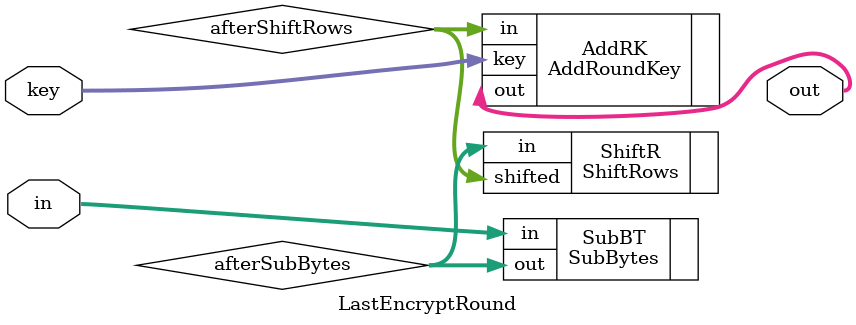
<source format=v>
module LastEncryptRound
#
(
parameter DATA_W = 128,      //data width
parameter KEY_L = 128       //key length
)
(input [DATA_W-1:0] in, input [KEY_L-1:0] key, output [DATA_W-1:0] out);

	wire [DATA_W-1:0] afterSubBytes;
	wire [DATA_W-1:0] afterShiftRows;
	wire [DATA_W-1:0] afterAddroundKey;

	SubBytes SubBT(.in(in), .out(afterSubBytes));
	ShiftRows ShiftR(.in(afterSubBytes), .shifted(afterShiftRows));
	AddRoundKey AddRK(.in(afterShiftRows), .key(key), .out(out));

endmodule

</source>
